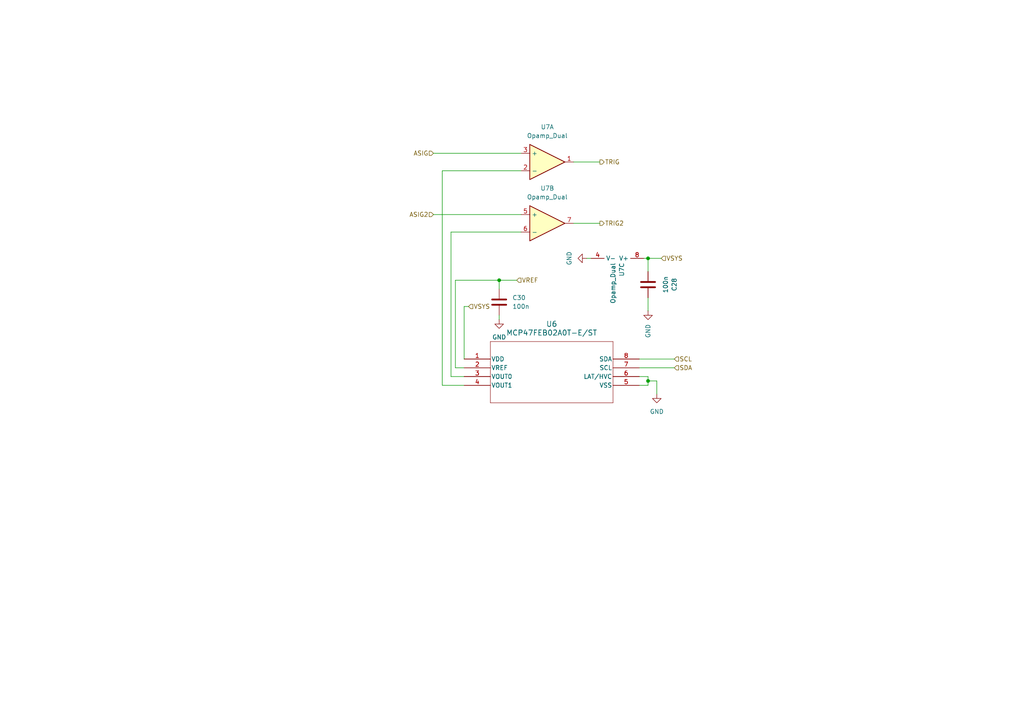
<source format=kicad_sch>
(kicad_sch (version 20250114) (generator "eeschema") (generator_version "9.0")
  (paper "A4")
  (lib_symbols
    (symbol "Device:C" (pin_numbers (hide yes)) (pin_names (offset 0.254))
      (property "Reference" "C" (at 0.635 2.54 0))
      (property "Value" "C" (at 0.635 -2.54 0))
      (symbol "C_0_1"
        (polyline (pts (xy -2.032 0.762) (xy 2.032 0.762)) (stroke (width 0.508)))
        (polyline (pts (xy -2.032 -0.762) (xy 2.032 -0.762)) (stroke (width 0.508)))
      )
      (symbol "C_1_1"
        (pin passive line (at 0 3.81 270) (length 2.794) (name "~") (number "1"))
        (pin passive line (at 0 -3.81 90) (length 2.794) (name "~") (number "2"))
      )
    )
    (symbol "Device:Opamp_Dual"
      (property "Reference" "U" (at 0 5.08 0))
      (property "Value" "Opamp_Dual" (at 0 -5.08 0))
      (symbol "Opamp_Dual_1_1"
        (polyline (pts (xy -5.08 5.08) (xy 5.08 0) (xy -5.08 -5.08) (xy -5.08 5.08)) (stroke (width 0.254)) (fill (type background)))
        (pin input line (at -7.62 2.54 0) (length 2.54) (name "+") (number "3"))
        (pin input line (at -7.62 -2.54 0) (length 2.54) (name "-") (number "2"))
        (pin output line (at 7.62 0 180) (length 2.54) (name "~") (number "1"))
      )
      (symbol "Opamp_Dual_2_1"
        (polyline (pts (xy -5.08 5.08) (xy 5.08 0) (xy -5.08 -5.08) (xy -5.08 5.08)) (stroke (width 0.254)) (fill (type background)))
        (pin input line (at -7.62 2.54 0) (length 2.54) (name "+") (number "5"))
        (pin input line (at -7.62 -2.54 0) (length 2.54) (name "-") (number "6"))
        (pin output line (at 7.62 0 180) (length 2.54) (name "~") (number "7"))
      )
      (symbol "Opamp_Dual_3_1"
        (pin power_in line (at -2.54 7.62 270) (length 3.81) (name "V+") (number "8"))
        (pin power_in line (at -2.54 -7.62 90) (length 3.81) (name "V-") (number "4"))
      )
    )
    (symbol "MCP47FEB02A0T-E_ST:MCP47FEB02A0T-E_ST" (pin_names (offset 0.254))
      (property "Reference" "U" (at 25.4 10.16 0))
      (property "Value" "MCP47FEB02A0T-E/ST" (at 25.4 7.62 0))
      (symbol "MCP47FEB02A0T-E_ST_0_1"
        (polyline (pts (xy 7.62 5.08) (xy 7.62 -12.7)) (stroke (width 0.127)))
        (polyline (pts (xy 7.62 -12.7) (xy 43.18 -12.7)) (stroke (width 0.127)))
        (polyline (pts (xy 43.18 5.08) (xy 7.62 5.08)) (stroke (width 0.127)))
        (polyline (pts (xy 43.18 -12.7) (xy 43.18 5.08)) (stroke (width 0.127)))
        (pin power_in line (at 0 0 0) (length 7.62) (name "VDD") (number "1"))
        (pin unspecified line (at 0 -2.54 0) (length 7.62) (name "VREF") (number "2"))
        (pin unspecified line (at 0 -5.08 0) (length 7.62) (name "VOUT0") (number "3"))
        (pin unspecified line (at 0 -7.62 0) (length 7.62) (name "VOUT1") (number "4"))
        (pin bidirectional line (at 50.8 0 180) (length 7.62) (name "SDA") (number "8"))
        (pin input line (at 50.8 -2.54 180) (length 7.62) (name "SCL") (number "7"))
        (pin input line (at 50.8 -5.08 180) (length 7.62) (name "LAT/HVC") (number "6"))
        (pin power_out line (at 50.8 -7.62 180) (length 7.62) (name "VSS") (number "5"))
      )
    )
    (symbol "power:GND" (power) (pin_numbers (hide yes)) (pin_names (offset 0) (hide yes))
      (property "Value" "GND" (at 0 -3.81 0))
      (symbol "GND_0_1"
        (polyline (pts (xy 0 0) (xy 0 -1.27) (xy 1.27 -1.27) (xy 0 -2.54) (xy -1.27 -1.27) (xy 0 -1.27)))
      )
      (symbol "GND_1_1"
        (pin power_in line (at 0 0 270) (length 0) (name "~") (number "1"))
      )
    )
  )
  (junction (at 187.96 74.93))
  (junction (at 187.96 110.49))
  (junction (at 144.78 81.28))
  (wire (pts (xy 130.81 67.31) (xy 130.81 109.22)))
  (wire (pts (xy 144.78 91.44) (xy 144.78 92.71)))
  (wire (pts (xy 132.08 106.68) (xy 132.08 81.28)))
  (wire (pts (xy 185.42 111.76) (xy 187.96 111.76)))
  (wire (pts (xy 187.96 110.49) (xy 190.5 110.49)))
  (wire (pts (xy 130.81 67.31) (xy 151.13 67.31)))
  (wire (pts (xy 134.62 104.14) (xy 134.62 88.9)))
  (wire (pts (xy 166.37 46.99) (xy 173.99 46.99)))
  (wire (pts (xy 185.42 109.22) (xy 187.96 109.22)))
  (wire (pts (xy 134.62 106.68) (xy 132.08 106.68)))
  (wire (pts (xy 134.62 109.22) (xy 130.81 109.22)))
  (wire (pts (xy 128.27 49.53) (xy 128.27 111.76)))
  (wire (pts (xy 191.77 74.93) (xy 187.96 74.93)))
  (wire (pts (xy 132.08 81.28) (xy 144.78 81.28)))
  (wire (pts (xy 134.62 111.76) (xy 128.27 111.76)))
  (wire (pts (xy 171.45 74.93) (xy 170.18 74.93)))
  (wire (pts (xy 187.96 110.49) (xy 187.96 111.76)))
  (wire (pts (xy 190.5 110.49) (xy 190.5 114.3)))
  (wire (pts (xy 187.96 86.36) (xy 187.96 90.17)))
  (wire (pts (xy 125.73 44.45) (xy 151.13 44.45)))
  (wire (pts (xy 144.78 81.28) (xy 144.78 83.82)))
  (wire (pts (xy 128.27 49.53) (xy 151.13 49.53)))
  (wire (pts (xy 187.96 74.93) (xy 187.96 78.74)))
  (wire (pts (xy 173.99 64.77) (xy 166.37 64.77)))
  (wire (pts (xy 187.96 109.22) (xy 187.96 110.49)))
  (wire (pts (xy 185.42 104.14) (xy 195.58 104.14)))
  (wire (pts (xy 134.62 88.9) (xy 135.89 88.9)))
  (wire (pts (xy 125.73 62.23) (xy 151.13 62.23)))
  (wire (pts (xy 187.96 74.93) (xy 186.69 74.93)))
  (wire (pts (xy 144.78 81.28) (xy 149.86 81.28)))
  (wire (pts (xy 185.42 106.68) (xy 195.58 106.68)))
  (hierarchical_label "VREF" (shape input) (at 149.86 81.28 0))
  (hierarchical_label "VSYS" (shape input) (at 135.89 88.9 0))
  (hierarchical_label "TRIG" (shape output) (at 173.99 46.99 0))
  (hierarchical_label "TRIG2" (shape output) (at 173.99 64.77 0))
  (hierarchical_label "ASIG" (shape input) (at 125.73 44.45 180))
  (hierarchical_label "SDA" (shape input) (at 195.58 106.68 0))
  (hierarchical_label "SCL" (shape input) (at 195.58 104.14 0))
  (hierarchical_label "VSYS" (shape input) (at 191.77 74.93 0))
  (hierarchical_label "ASIG2" (shape input) (at 125.73 62.23 180))
  (symbol (lib_id "Device:Opamp_Dual") (at 179.07 77.47 270) (unit 3)
    (property "Reference" "U7" (at 180.3401 76.2 0) (effects (justify left)))
    (property "Value" "Opamp_Dual" (at 177.8001 76.2 0) (effects (justify left)))
    (property "Footprint" "Package_DIP:DIP-8_W7.62mm_Socket_LongPads" (effects (hide yes)))
    (property "Description" "Dual operational amplifier" (effects (hide yes)))
    (property "Sim.Library" "${KICAD9_SYMBOL_DIR}/Simulation_SPICE.sp" (effects (hide yes)))
    (property "Sim.Name" "kicad_builtin_opamp_dual" (effects (hide yes)))
    (property "Sim.Device" "SUBCKT" (effects (hide yes)))
    (property "Sim.Pins" "1=out1 2=in1- 3=in1+ 4=vee 5=in2+ 6=in2- 7=out2 8=vcc" (effects (hide yes)))
  )
  (symbol (lib_id "Device:C") (at 144.78 87.63 180) (unit 1)
    (property "Reference" "C30" (at 148.59 86.3599 0) (effects (justify right)))
    (property "Value" "100n" (at 148.59 88.8999 0) (effects (justify right)))
    (property "Description" "Unpolarized capacitor" (effects (hide yes)))
  )
  (symbol (lib_id "Device:Opamp_Dual") (at 158.75 46.99 0) (unit 1)
    (property "Reference" "U7" (at 158.75 36.83 0))
    (property "Value" "Opamp_Dual" (at 158.75 39.37 0))
    (property "Footprint" "Package_DIP:DIP-8_W7.62mm_Socket_LongPads" (effects (hide yes)))
    (property "Description" "Dual operational amplifier" (effects (hide yes)))
    (property "Sim.Library" "${KICAD9_SYMBOL_DIR}/Simulation_SPICE.sp" (effects (hide yes)))
    (property "Sim.Name" "kicad_builtin_opamp_dual" (effects (hide yes)))
    (property "Sim.Device" "SUBCKT" (effects (hide yes)))
    (property "Sim.Pins" "1=out1 2=in1- 3=in1+ 4=vee 5=in2+ 6=in2- 7=out2 8=vcc" (effects (hide yes)))
  )
  (symbol (lib_id "MCP47FEB02A0T-E_ST:MCP47FEB02A0T-E_ST") (at 134.62 104.14 0) (unit 1)
    (property "Reference" "U6" (at 160.02 93.98 0) (effects (font (size 1.524 1.524))))
    (property "Value" "MCP47FEB02A0T-E/ST" (at 160.02 96.52 0) (effects (font (size 1.524 1.524))))
    (property "Footprint" "TSSOP8_ST_MCH" (effects (hide yes)))
    (property "Datasheet" "MCP47FEB02A0T-E/ST" (effects (hide yes)))
  )
  (symbol (lib_id "Device:C") (at 187.96 82.55 0) (unit 1)
    (property "Reference" "C28" (at 195.58 82.55 90))
    (property "Value" "100n" (at 193.04 82.55 90))
    (property "Description" "Unpolarized capacitor" (effects (hide yes)))
  )
  (symbol (lib_id "power:GND") (at 190.5 114.3 0) (unit 1)
    (property "Reference" "#PWR011" (effects (hide yes)))
    (property "Value" "GND" (at 190.5 119.38 0))
    (property "Description" "Power symbol creates a global label with name \"GND\" , ground" (effects (hide yes)))
  )
  (symbol (lib_id "power:GND") (at 170.18 74.93 270) (unit 1)
    (property "Reference" "#PWR030" (effects (hide yes)))
    (property "Value" "GND" (at 165.1 74.93 0))
    (property "Description" "Power symbol creates a global label with name \"GND\" , ground" (effects (hide yes)))
  )
  (symbol (lib_id "power:GND") (at 144.78 92.71 0) (unit 1)
    (property "Reference" "#PWR046" (effects (hide yes)))
    (property "Value" "GND" (at 144.78 97.79 0))
    (property "Description" "Power symbol creates a global label with name \"GND\" , ground" (effects (hide yes)))
  )
  (symbol (lib_id "Device:Opamp_Dual") (at 158.75 64.77 0) (unit 2)
    (property "Reference" "U7" (at 158.75 54.61 0))
    (property "Value" "Opamp_Dual" (at 158.75 57.15 0))
    (property "Footprint" "Package_DIP:DIP-8_W7.62mm_Socket_LongPads" (effects (hide yes)))
    (property "Description" "Dual operational amplifier" (effects (hide yes)))
    (property "Sim.Library" "${KICAD9_SYMBOL_DIR}/Simulation_SPICE.sp" (effects (hide yes)))
    (property "Sim.Name" "kicad_builtin_opamp_dual" (effects (hide yes)))
    (property "Sim.Device" "SUBCKT" (effects (hide yes)))
    (property "Sim.Pins" "1=out1 2=in1- 3=in1+ 4=vee 5=in2+ 6=in2- 7=out2 8=vcc" (effects (hide yes)))
  )
  (symbol (lib_id "power:GND") (at 187.96 90.17 0) (unit 1)
    (property "Reference" "#PWR039" (effects (hide yes)))
    (property "Value" "GND" (at 187.9601 93.98 90) (effects (justify right)))
    (property "Description" "Power symbol creates a global label with name \"GND\" , ground" (effects (hide yes)))
  )
)
</source>
